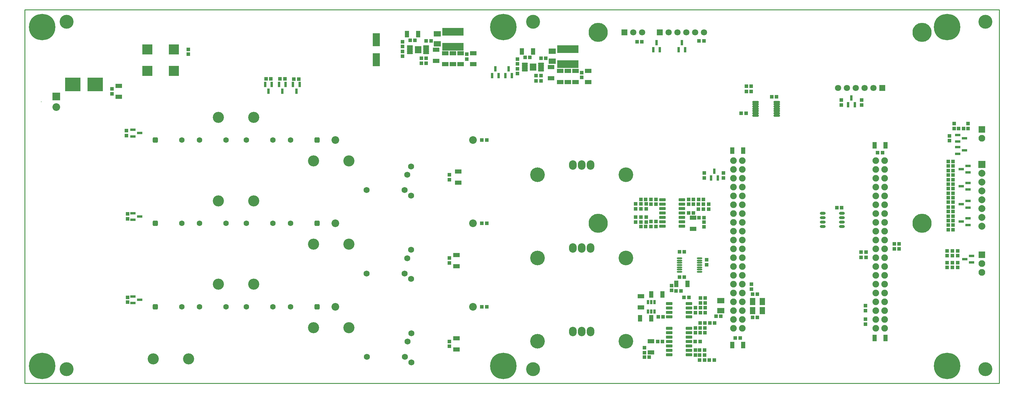
<source format=gts>
G04 Layer_Color=8388736*
%FSLAX43Y43*%
%MOMM*%
G71*
G01*
G75*
%ADD38C,0.254*%
%ADD78R,2.903X2.903*%
%ADD79O,1.550X0.500*%
%ADD80R,6.203X2.203*%
%ADD81R,0.803X1.203*%
%ADD82R,0.803X1.553*%
%ADD83O,1.653X0.853*%
%ADD84R,1.543X2.003*%
%ADD85R,1.103X1.003*%
G04:AMPARAMS|DCode=86|XSize=0.653mm|YSize=1.803mm|CornerRadius=0.151mm|HoleSize=0mm|Usage=FLASHONLY|Rotation=90.000|XOffset=0mm|YOffset=0mm|HoleType=Round|Shape=RoundedRectangle|*
%AMROUNDEDRECTD86*
21,1,0.653,1.501,0,0,90.0*
21,1,0.351,1.803,0,0,90.0*
1,1,0.302,0.750,0.175*
1,1,0.302,0.750,-0.175*
1,1,0.302,-0.750,-0.175*
1,1,0.302,-0.750,0.175*
%
%ADD86ROUNDEDRECTD86*%
%ADD87R,4.443X4.013*%
%ADD88R,1.003X1.103*%
%ADD89R,2.003X3.753*%
%ADD90C,4.000*%
G04:AMPARAMS|DCode=91|XSize=0.853mm|YSize=1.853mm|CornerRadius=0.15mm|HoleSize=0mm|Usage=FLASHONLY|Rotation=270.000|XOffset=0mm|YOffset=0mm|HoleType=Round|Shape=RoundedRectangle|*
%AMROUNDEDRECTD91*
21,1,0.853,1.552,0,0,270.0*
21,1,0.552,1.853,0,0,270.0*
1,1,0.301,-0.776,-0.276*
1,1,0.301,-0.776,0.276*
1,1,0.301,0.776,0.276*
1,1,0.301,0.776,-0.276*
%
%ADD91ROUNDEDRECTD91*%
%ADD92R,1.903X1.203*%
G04:AMPARAMS|DCode=93|XSize=0.503mm|YSize=1.753mm|CornerRadius=0.151mm|HoleSize=0mm|Usage=FLASHONLY|Rotation=90.000|XOffset=0mm|YOffset=0mm|HoleType=Round|Shape=RoundedRectangle|*
%AMROUNDEDRECTD93*
21,1,0.503,1.451,0,0,90.0*
21,1,0.201,1.753,0,0,90.0*
1,1,0.302,0.726,0.101*
1,1,0.302,0.726,-0.101*
1,1,0.302,-0.726,-0.101*
1,1,0.302,-0.726,0.101*
%
%ADD93ROUNDEDRECTD93*%
G04:AMPARAMS|DCode=94|XSize=1.933mm|YSize=2.103mm|CornerRadius=0.153mm|HoleSize=0mm|Usage=FLASHONLY|Rotation=0.000|XOffset=0mm|YOffset=0mm|HoleType=Round|Shape=RoundedRectangle|*
%AMROUNDEDRECTD94*
21,1,1.933,1.796,0,0,0.0*
21,1,1.626,2.103,0,0,0.0*
1,1,0.307,0.813,-0.898*
1,1,0.307,-0.813,-0.898*
1,1,0.307,-0.813,0.898*
1,1,0.307,0.813,0.898*
%
%ADD94ROUNDEDRECTD94*%
%ADD95R,1.553X0.803*%
%ADD96R,1.203X1.903*%
%ADD97R,2.003X1.543*%
%ADD98O,2.203X2.703*%
%ADD99C,2.203*%
%ADD100C,3.203*%
%ADD101C,1.803*%
%ADD102R,1.803X1.803*%
%ADD103C,1.727*%
%ADD104C,7.603*%
%ADD105C,5.503*%
%ADD106C,1.903*%
%ADD107R,1.953X1.953*%
%ADD108C,1.953*%
%ADD109C,4.203*%
%ADD110R,2.203X2.203*%
%ADD111R,0.203X0.203*%
%ADD112R,2.003X2.003*%
%ADD113C,2.003*%
%ADD114C,1.603*%
G04:AMPARAMS|DCode=115|XSize=1.603mm|YSize=1.603mm|CornerRadius=0.452mm|HoleSize=0mm|Usage=FLASHONLY|Rotation=0.000|XOffset=0mm|YOffset=0mm|HoleType=Round|Shape=RoundedRectangle|*
%AMROUNDEDRECTD115*
21,1,1.603,0.700,0,0,0.0*
21,1,0.700,1.603,0,0,0.0*
1,1,0.903,0.350,-0.350*
1,1,0.903,-0.350,-0.350*
1,1,0.903,-0.350,0.350*
1,1,0.903,0.350,0.350*
%
%ADD115ROUNDEDRECTD115*%
%ADD116C,0.803*%
D38*
X0Y0D02*
Y107500D01*
X280000D01*
Y0D02*
Y107500D01*
X0Y0D02*
X280000D01*
D78*
X35190Y89890D02*
D03*
X42810D02*
D03*
Y96110D02*
D03*
X35190D02*
D03*
D79*
X188125Y35950D02*
D03*
Y35300D02*
D03*
Y34650D02*
D03*
Y34000D02*
D03*
Y33350D02*
D03*
Y32700D02*
D03*
Y32050D02*
D03*
X193875Y35950D02*
D03*
Y35300D02*
D03*
Y34650D02*
D03*
Y34000D02*
D03*
Y33350D02*
D03*
Y32700D02*
D03*
Y32050D02*
D03*
D80*
X123000Y96850D02*
D03*
Y101150D02*
D03*
X156000Y91850D02*
D03*
Y96150D02*
D03*
D81*
X179050Y20625D02*
D03*
X180000D02*
D03*
X180950D02*
D03*
Y23375D02*
D03*
X180000D02*
D03*
X179050D02*
D03*
D82*
X138050Y88525D02*
D03*
X139950D02*
D03*
X139000Y90475D02*
D03*
X236550Y80125D02*
D03*
X238450D02*
D03*
X237500Y82075D02*
D03*
X180550Y96025D02*
D03*
X182450D02*
D03*
X181500Y97975D02*
D03*
X187850Y96025D02*
D03*
X189750D02*
D03*
X188800Y97975D02*
D03*
X78950Y85975D02*
D03*
X77050D02*
D03*
X78000Y84025D02*
D03*
X74950Y85975D02*
D03*
X73050D02*
D03*
X74000Y84025D02*
D03*
X70950Y85975D02*
D03*
X69050D02*
D03*
X70000Y84025D02*
D03*
X197180Y59095D02*
D03*
X199080D02*
D03*
X198130Y61045D02*
D03*
X134250Y88525D02*
D03*
X136150D02*
D03*
X135200Y90475D02*
D03*
D83*
X234725Y45095D02*
D03*
Y46365D02*
D03*
Y47635D02*
D03*
Y48905D02*
D03*
X229275Y45095D02*
D03*
Y46365D02*
D03*
Y47635D02*
D03*
Y48905D02*
D03*
D84*
X209070Y23500D02*
D03*
X211930D02*
D03*
X209070Y20900D02*
D03*
X211930D02*
D03*
D85*
X241500Y17000D02*
D03*
Y18400D02*
D03*
X265700Y69800D02*
D03*
Y71200D02*
D03*
X265000Y33300D02*
D03*
Y34700D02*
D03*
Y36700D02*
D03*
Y38100D02*
D03*
X266500Y34700D02*
D03*
Y33300D02*
D03*
Y36700D02*
D03*
Y38100D02*
D03*
X267000Y74700D02*
D03*
Y73300D02*
D03*
X271000Y74700D02*
D03*
Y73300D02*
D03*
X192700Y15900D02*
D03*
Y14500D02*
D03*
Y21700D02*
D03*
Y20300D02*
D03*
Y8100D02*
D03*
Y9500D02*
D03*
X178000Y8800D02*
D03*
Y10200D02*
D03*
X178500Y47800D02*
D03*
Y46400D02*
D03*
X122000Y12000D02*
D03*
Y10600D02*
D03*
X178500Y50200D02*
D03*
Y51600D02*
D03*
X122000Y36000D02*
D03*
Y34600D02*
D03*
X193500Y50100D02*
D03*
Y51500D02*
D03*
X122000Y60000D02*
D03*
Y58600D02*
D03*
X195100Y46400D02*
D03*
Y45000D02*
D03*
X195230Y59070D02*
D03*
Y60470D02*
D03*
X200730Y59070D02*
D03*
Y60470D02*
D03*
X25000Y84700D02*
D03*
Y83300D02*
D03*
X47000Y96100D02*
D03*
Y94700D02*
D03*
X160000Y89400D02*
D03*
Y88000D02*
D03*
X141500Y90500D02*
D03*
Y89100D02*
D03*
X127000Y93300D02*
D03*
Y94700D02*
D03*
X108500Y94100D02*
D03*
Y95500D02*
D03*
X185800Y26700D02*
D03*
Y28100D02*
D03*
X175500Y46400D02*
D03*
Y47800D02*
D03*
X177000D02*
D03*
Y46400D02*
D03*
X175500Y51600D02*
D03*
Y50200D02*
D03*
X177000D02*
D03*
Y51600D02*
D03*
X196500Y51500D02*
D03*
Y50100D02*
D03*
X195000D02*
D03*
Y51500D02*
D03*
X141500Y91900D02*
D03*
Y93300D02*
D03*
X108500Y96900D02*
D03*
Y98300D02*
D03*
X29500Y23300D02*
D03*
Y24700D02*
D03*
X240400Y80100D02*
D03*
Y81500D02*
D03*
X29500Y47300D02*
D03*
Y48700D02*
D03*
X234600Y80100D02*
D03*
Y81500D02*
D03*
X29200Y71300D02*
D03*
Y72700D02*
D03*
X268000Y36700D02*
D03*
Y38100D02*
D03*
Y34700D02*
D03*
Y33300D02*
D03*
X195900Y35500D02*
D03*
Y34100D02*
D03*
X241500Y22300D02*
D03*
Y20900D02*
D03*
X208800Y27100D02*
D03*
Y28500D02*
D03*
D86*
X216050Y77050D02*
D03*
Y77700D02*
D03*
Y78350D02*
D03*
Y79000D02*
D03*
Y79650D02*
D03*
Y80300D02*
D03*
Y80950D02*
D03*
X209950Y77050D02*
D03*
Y77700D02*
D03*
Y78350D02*
D03*
Y79000D02*
D03*
Y79650D02*
D03*
Y80300D02*
D03*
Y80950D02*
D03*
D87*
X20185Y86000D02*
D03*
X13815D02*
D03*
D88*
X195100Y47600D02*
D03*
X193700D02*
D03*
X195100Y98500D02*
D03*
X193700D02*
D03*
X240300Y36200D02*
D03*
X241700D02*
D03*
X251200Y38700D02*
D03*
X249800D02*
D03*
X241700Y37700D02*
D03*
X240300D02*
D03*
X249800Y40100D02*
D03*
X251200D02*
D03*
X208700Y85500D02*
D03*
X207300D02*
D03*
X208700Y84000D02*
D03*
X207300D02*
D03*
X207200Y77700D02*
D03*
X205800D02*
D03*
X268300Y73300D02*
D03*
X269700D02*
D03*
X196800Y17300D02*
D03*
X198200D02*
D03*
X194100Y23100D02*
D03*
X195500D02*
D03*
X198100Y6700D02*
D03*
X196700D02*
D03*
X183200Y12000D02*
D03*
X181800D02*
D03*
X177000Y45100D02*
D03*
X178400D02*
D03*
X188100Y37800D02*
D03*
X189500D02*
D03*
X177000Y52900D02*
D03*
X178400D02*
D03*
X195000D02*
D03*
X193600D02*
D03*
X187100Y26600D02*
D03*
X188500D02*
D03*
X188100Y30500D02*
D03*
X189500D02*
D03*
X190700Y49000D02*
D03*
X192100D02*
D03*
X205530Y12970D02*
D03*
X204130D02*
D03*
X245030Y66370D02*
D03*
X246430D02*
D03*
X234700Y50500D02*
D03*
X233300D02*
D03*
X148300Y93500D02*
D03*
X149700D02*
D03*
X143700Y93800D02*
D03*
X145100D02*
D03*
X115300Y98500D02*
D03*
X116700D02*
D03*
X112100Y98700D02*
D03*
X110700D02*
D03*
X175900Y98300D02*
D03*
X177300D02*
D03*
X216000Y82400D02*
D03*
X214600D02*
D03*
X178000Y7500D02*
D03*
X179400D02*
D03*
X195400Y17300D02*
D03*
X194000D02*
D03*
Y15900D02*
D03*
X195400D02*
D03*
X194000Y14500D02*
D03*
X195400D02*
D03*
X194100Y21700D02*
D03*
X195500D02*
D03*
Y24500D02*
D03*
X194100D02*
D03*
Y20300D02*
D03*
X195500D02*
D03*
X179900Y45100D02*
D03*
X181300D02*
D03*
Y46500D02*
D03*
X179900D02*
D03*
X131300Y22000D02*
D03*
X132700D02*
D03*
X179900Y52900D02*
D03*
X181300D02*
D03*
Y51500D02*
D03*
X179900D02*
D03*
X131300Y46000D02*
D03*
X132700D02*
D03*
X192100Y52900D02*
D03*
X190700D02*
D03*
Y51500D02*
D03*
X192100D02*
D03*
X131300Y70000D02*
D03*
X132700D02*
D03*
X146900Y87000D02*
D03*
X148300D02*
D03*
Y88500D02*
D03*
X146900D02*
D03*
X113900Y92100D02*
D03*
X115300D02*
D03*
Y93500D02*
D03*
X113900D02*
D03*
X77300Y87500D02*
D03*
X78700D02*
D03*
X73300Y87600D02*
D03*
X74700D02*
D03*
X69300D02*
D03*
X70700D02*
D03*
X265300Y45500D02*
D03*
X266700D02*
D03*
X265300Y46800D02*
D03*
X266700D02*
D03*
X265300Y50700D02*
D03*
X266700D02*
D03*
X265300Y52100D02*
D03*
X266700D02*
D03*
X192600Y12000D02*
D03*
X194000D02*
D03*
X183400Y19100D02*
D03*
X182000D02*
D03*
X190800Y24700D02*
D03*
X189400D02*
D03*
X193900Y8100D02*
D03*
X195300D02*
D03*
Y6700D02*
D03*
X193900D02*
D03*
Y9500D02*
D03*
X195300D02*
D03*
X265300Y56000D02*
D03*
X266700D02*
D03*
X265300Y57300D02*
D03*
X266700D02*
D03*
X265300Y61200D02*
D03*
X266700D02*
D03*
X265300Y62500D02*
D03*
X266700D02*
D03*
Y63800D02*
D03*
X265300D02*
D03*
X266700Y59900D02*
D03*
X265300D02*
D03*
X266700Y58600D02*
D03*
X265300D02*
D03*
X266700Y54700D02*
D03*
X265300D02*
D03*
X266700Y53400D02*
D03*
X265300D02*
D03*
X266700Y49400D02*
D03*
X265300D02*
D03*
X266700Y48100D02*
D03*
X265300D02*
D03*
X266700Y44200D02*
D03*
X265300D02*
D03*
X209100Y18900D02*
D03*
X210500D02*
D03*
X200000Y19300D02*
D03*
X198600D02*
D03*
X209100Y25600D02*
D03*
X210500D02*
D03*
D89*
X101000Y93125D02*
D03*
Y98875D02*
D03*
D90*
X146000Y4000D02*
D03*
X12000Y104000D02*
D03*
X276000D02*
D03*
Y4000D02*
D03*
X146000Y104000D02*
D03*
X12000Y4000D02*
D03*
D91*
X183175Y52810D02*
D03*
Y51540D02*
D03*
Y50270D02*
D03*
Y49000D02*
D03*
Y47730D02*
D03*
Y46460D02*
D03*
Y45190D02*
D03*
X188825Y52810D02*
D03*
Y51540D02*
D03*
Y50270D02*
D03*
Y49000D02*
D03*
Y47730D02*
D03*
Y46460D02*
D03*
Y45190D02*
D03*
X190825Y19095D02*
D03*
Y20365D02*
D03*
Y21635D02*
D03*
Y22905D02*
D03*
X185175Y19095D02*
D03*
Y20365D02*
D03*
Y21635D02*
D03*
Y22905D02*
D03*
X190825Y8190D02*
D03*
Y9460D02*
D03*
Y10730D02*
D03*
Y12000D02*
D03*
Y13270D02*
D03*
Y14540D02*
D03*
Y15810D02*
D03*
X185175Y8190D02*
D03*
Y9460D02*
D03*
Y10730D02*
D03*
Y12000D02*
D03*
Y13270D02*
D03*
Y14540D02*
D03*
Y15810D02*
D03*
D92*
X125200Y91800D02*
D03*
Y95000D02*
D03*
X128800D02*
D03*
Y91800D02*
D03*
X179900Y12100D02*
D03*
Y8900D02*
D03*
X124000Y9700D02*
D03*
Y12900D02*
D03*
Y33700D02*
D03*
Y36900D02*
D03*
X124500Y57700D02*
D03*
Y60900D02*
D03*
X192000Y44400D02*
D03*
Y47600D02*
D03*
X27000Y82400D02*
D03*
Y85600D02*
D03*
X153800Y86700D02*
D03*
Y89900D02*
D03*
X156000Y86700D02*
D03*
Y89900D02*
D03*
X158200Y86700D02*
D03*
Y89900D02*
D03*
X120800Y91800D02*
D03*
Y95000D02*
D03*
X123000Y91800D02*
D03*
Y95000D02*
D03*
X151200Y87800D02*
D03*
Y91000D02*
D03*
X118200Y92800D02*
D03*
Y96000D02*
D03*
X177000Y21800D02*
D03*
Y25000D02*
D03*
X161900Y89900D02*
D03*
Y86700D02*
D03*
D93*
X115325Y95000D02*
D03*
Y95500D02*
D03*
Y96000D02*
D03*
Y96500D02*
D03*
X110675Y95000D02*
D03*
Y95500D02*
D03*
Y96000D02*
D03*
Y96500D02*
D03*
Y97000D02*
D03*
X115325D02*
D03*
X148325Y92000D02*
D03*
X143675D02*
D03*
Y91500D02*
D03*
Y91000D02*
D03*
Y90500D02*
D03*
Y90000D02*
D03*
X148325Y91500D02*
D03*
Y91000D02*
D03*
Y90500D02*
D03*
Y90000D02*
D03*
D94*
X113000Y96000D02*
D03*
X146000Y91000D02*
D03*
D95*
X269975Y70500D02*
D03*
X268025Y69550D02*
D03*
Y71450D02*
D03*
X270025Y35700D02*
D03*
X271975Y36650D02*
D03*
Y34750D02*
D03*
X270975Y45550D02*
D03*
Y47450D02*
D03*
X269025Y46500D02*
D03*
X270975Y50550D02*
D03*
Y52450D02*
D03*
X269025Y51500D02*
D03*
X270975Y55750D02*
D03*
Y57650D02*
D03*
X269025Y56700D02*
D03*
X270975Y60650D02*
D03*
Y62550D02*
D03*
X269025Y61600D02*
D03*
X31025Y24950D02*
D03*
Y23050D02*
D03*
X32975Y24000D02*
D03*
X31025Y48950D02*
D03*
Y47050D02*
D03*
X32975Y48000D02*
D03*
X31025Y72950D02*
D03*
Y71050D02*
D03*
X32975Y72000D02*
D03*
X268025Y67950D02*
D03*
Y66050D02*
D03*
X269975Y67000D02*
D03*
D96*
X190400Y28600D02*
D03*
X187200D02*
D03*
X203230Y10970D02*
D03*
X206430D02*
D03*
X247330Y68470D02*
D03*
X244130D02*
D03*
Y12970D02*
D03*
X247330D02*
D03*
X206430Y66970D02*
D03*
X203230D02*
D03*
X146000Y95500D02*
D03*
X142800D02*
D03*
X113000Y100500D02*
D03*
X109800D02*
D03*
X183200Y25500D02*
D03*
X180000D02*
D03*
X176800Y18700D02*
D03*
X180000D02*
D03*
D97*
X151500Y95530D02*
D03*
Y92670D02*
D03*
X118500Y97670D02*
D03*
Y100530D02*
D03*
X200000Y23730D02*
D03*
Y20870D02*
D03*
D98*
X157450Y62800D02*
D03*
X160000D02*
D03*
X162550D02*
D03*
X157450Y14900D02*
D03*
X160000D02*
D03*
X162550D02*
D03*
Y38900D02*
D03*
X160000D02*
D03*
X157450D02*
D03*
D99*
X128750Y70000D02*
D03*
X89250D02*
D03*
X9000Y79500D02*
D03*
X128750Y22000D02*
D03*
X89250D02*
D03*
X128750Y46000D02*
D03*
X89250D02*
D03*
D100*
X93080Y16000D02*
D03*
X82920D02*
D03*
X36920Y7000D02*
D03*
X47080D02*
D03*
X55620Y76500D02*
D03*
X65780D02*
D03*
X55620Y52500D02*
D03*
X65780D02*
D03*
X55620Y28500D02*
D03*
X65780D02*
D03*
X82920Y64000D02*
D03*
X93080D02*
D03*
X82920Y40000D02*
D03*
X93080D02*
D03*
D101*
X195110Y101000D02*
D03*
X190030D02*
D03*
X184950D02*
D03*
X187490D02*
D03*
X192570D02*
D03*
X177330Y101000D02*
D03*
X174790D02*
D03*
X236190Y85000D02*
D03*
X241270D02*
D03*
X243810D02*
D03*
X238730D02*
D03*
X233650D02*
D03*
D102*
X182410Y101000D02*
D03*
X172250Y101000D02*
D03*
X246350Y85000D02*
D03*
D103*
X111000Y54000D02*
D03*
X109880Y59970D02*
D03*
X98200Y55570D02*
D03*
X109120D02*
D03*
X111000Y62380D02*
D03*
X111100Y6000D02*
D03*
X109980Y11970D02*
D03*
X98300Y7570D02*
D03*
X109220D02*
D03*
X111100Y14380D02*
D03*
X111000Y38380D02*
D03*
X109880Y35970D02*
D03*
X109120Y31570D02*
D03*
X111000Y30000D02*
D03*
X98200Y31570D02*
D03*
D104*
X5000Y102500D02*
D03*
Y5000D02*
D03*
X137500Y5000D02*
D03*
X265000Y5000D02*
D03*
Y102500D02*
D03*
X137500D02*
D03*
D105*
X257750Y46000D02*
D03*
X164750Y101000D02*
D03*
Y46000D02*
D03*
X257750Y101000D02*
D03*
D106*
X244460Y64100D02*
D03*
Y61560D02*
D03*
Y59020D02*
D03*
Y56480D02*
D03*
Y53940D02*
D03*
Y51400D02*
D03*
Y48860D02*
D03*
Y46320D02*
D03*
Y43780D02*
D03*
Y41240D02*
D03*
Y38700D02*
D03*
Y36160D02*
D03*
Y33620D02*
D03*
Y31080D02*
D03*
Y28540D02*
D03*
Y26000D02*
D03*
Y23460D02*
D03*
Y20920D02*
D03*
Y18380D02*
D03*
Y15840D02*
D03*
X247000Y64100D02*
D03*
Y61560D02*
D03*
Y59020D02*
D03*
Y56480D02*
D03*
Y53940D02*
D03*
Y51400D02*
D03*
Y48860D02*
D03*
Y46320D02*
D03*
Y43780D02*
D03*
Y41240D02*
D03*
Y38700D02*
D03*
Y36160D02*
D03*
Y33620D02*
D03*
Y31080D02*
D03*
Y28540D02*
D03*
Y26000D02*
D03*
Y23460D02*
D03*
Y20920D02*
D03*
Y18380D02*
D03*
Y15840D02*
D03*
X206100D02*
D03*
Y18380D02*
D03*
Y20920D02*
D03*
Y23460D02*
D03*
Y26000D02*
D03*
Y28540D02*
D03*
Y31080D02*
D03*
Y33620D02*
D03*
Y36160D02*
D03*
Y38700D02*
D03*
Y41240D02*
D03*
Y43780D02*
D03*
Y46320D02*
D03*
Y48860D02*
D03*
Y51400D02*
D03*
Y53940D02*
D03*
Y56480D02*
D03*
Y59020D02*
D03*
Y61560D02*
D03*
Y64100D02*
D03*
X203560Y15840D02*
D03*
Y18380D02*
D03*
Y20920D02*
D03*
Y23460D02*
D03*
Y26000D02*
D03*
Y28540D02*
D03*
Y31080D02*
D03*
Y33620D02*
D03*
Y36160D02*
D03*
Y38700D02*
D03*
Y41240D02*
D03*
Y43780D02*
D03*
Y46320D02*
D03*
Y48860D02*
D03*
Y51400D02*
D03*
Y53940D02*
D03*
Y56480D02*
D03*
Y59020D02*
D03*
Y61560D02*
D03*
Y64100D02*
D03*
D107*
X275000Y37000D02*
D03*
Y73000D02*
D03*
D108*
Y34460D02*
D03*
Y31920D02*
D03*
Y70460D02*
D03*
D109*
X147300Y12100D02*
D03*
X172700D02*
D03*
X147300Y60000D02*
D03*
X172700D02*
D03*
X147300Y36000D02*
D03*
X172700D02*
D03*
D110*
X9000Y82500D02*
D03*
D111*
X4680Y81000D02*
D03*
D112*
X275000Y63000D02*
D03*
D113*
Y60460D02*
D03*
Y57920D02*
D03*
Y55380D02*
D03*
Y52840D02*
D03*
Y50300D02*
D03*
Y47760D02*
D03*
Y45220D02*
D03*
D114*
X57820Y70000D02*
D03*
X50200D02*
D03*
X45120D02*
D03*
X76380Y22000D02*
D03*
X71300D02*
D03*
X63680D02*
D03*
X57820Y22000D02*
D03*
X50200D02*
D03*
X45120D02*
D03*
X76380Y46000D02*
D03*
X71300D02*
D03*
X63680D02*
D03*
X57820Y46000D02*
D03*
X50200D02*
D03*
X45120D02*
D03*
X76380Y70000D02*
D03*
X71300D02*
D03*
X63680D02*
D03*
D115*
X37500Y70000D02*
D03*
X84000Y22000D02*
D03*
X37500Y22000D02*
D03*
X84000Y46000D02*
D03*
X37500Y46000D02*
D03*
X84000Y70000D02*
D03*
D116*
X112500Y96500D02*
D03*
X113500D02*
D03*
X112500Y95500D02*
D03*
X113500D02*
D03*
X146500Y90500D02*
D03*
X145500D02*
D03*
X146500Y91500D02*
D03*
X145500D02*
D03*
M02*

</source>
